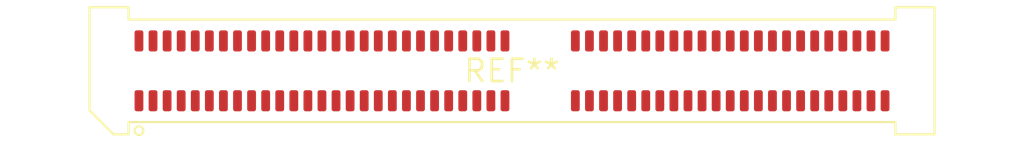
<source format=kicad_pcb>
(kicad_pcb (version 20240108) (generator pcbnew)
  (layers (0 "F.Cu" signal) (31 "B.Cu" signal) (34 "B.Paste" user) (35 "F.Paste" user) (36 "B.SilkS" user "B.Silkscreen") (37 "F.SilkS" user "F.Silkscreen") (38 "B.Mask" user) (39 "F.Mask" user) (44 "Edge.Cuts" user))
  (net 0 "")
  (footprint "Samtec_HSEC8-150-01-X-DV_2x50_P0.8mm_Pol27_Socket" (layer "F.Cu") (at 0 0)
    (property "Reference" "REF**")
    (property "Value" "Samtec_HSEC8-150-01-X-DV_2x50_P0.8mm_Pol27_Socket")
    (fp_line (start -24.01 -3.61) (end -21.79 -3.61) (layer "F.SilkS") (stroke (width 0.12)))
    (fp_line (start -24.01 2.245563) (end -24.01 -3.61) (layer "F.SilkS") (stroke (width 0.12)))
    (fp_line (start -22.645563 3.61) (end -24.01 2.245563) (layer "F.SilkS") (stroke (width 0.12)))
    (fp_line (start -21.79 -3.61) (end -21.79 -2.91) (layer "F.SilkS") (stroke (width 0.12)))
    (fp_line (start -21.79 -2.91) (end 21.79 -2.91) (layer "F.SilkS") (stroke (width 0.12)))
    (fp_line (start -21.79 2.91) (end -21.79 3.61) (layer "F.SilkS") (stroke (width 0.12)))
    (fp_line (start -21.79 3.61) (end -22.645563 3.61) (layer "F.SilkS") (stroke (width 0.12)))
    (fp_line (start 21.79 -3.61) (end 24.01 -3.61) (layer "F.SilkS") (stroke (width 0.12)))
    (fp_line (start 21.79 -2.91) (end 21.79 -3.61) (layer "F.SilkS") (stroke (width 0.12)))
    (fp_line (start 21.79 2.91) (end -21.79 2.91) (layer "F.SilkS") (stroke (width 0.12)))
    (fp_line (start 21.79 3.61) (end 21.79 2.91) (layer "F.SilkS") (stroke (width 0.12)))
    (fp_line (start 24.01 -3.61) (end 24.01 3.61) (layer "F.SilkS") (stroke (width 0.12)))
    (fp_line (start 24.01 3.61) (end 21.79 3.61) (layer "F.SilkS") (stroke (width 0.12)))
    (fp_arc (start -20.95 3.4) (mid -21.45 3.4) (end -20.95 3.4) (layer "F.SilkS") (stroke (width 0.12)))
    (pad "1" smd roundrect (at -21.2 1.7) (size 0.5 1.2) (layers "F.Cu" "F.Paste" "F.Mask"))
    (pad "2" smd roundrect (at -21.2 -1.7) (size 0.5 1.2) (layers "F.Cu" "F.Paste" "F.Mask"))
    (pad "3" smd roundrect (at -20.4 1.7) (size 0.5 1.2) (layers "F.Cu" "F.Paste" "F.Mask"))
    (pad "4" smd roundrect (at -20.4 -1.7) (size 0.5 1.2) (layers "F.Cu" "F.Paste" "F.Mask"))
    (pad "5" smd roundrect (at -19.6 1.7) (size 0.5 1.2) (layers "F.Cu" "F.Paste" "F.Mask"))
    (pad "6" smd roundrect (at -19.6 -1.7) (size 0.5 1.2) (layers "F.Cu" "F.Paste" "F.Mask"))
    (pad "7" smd roundrect (at -18.8 1.7) (size 0.5 1.2) (layers "F.Cu" "F.Paste" "F.Mask"))
    (pad "8" smd roundrect (at -18.8 -1.7) (size 0.5 1.2) (layers "F.Cu" "F.Paste" "F.Mask"))
    (pad "9" smd roundrect (at -18 1.7) (size 0.5 1.2) (layers "F.Cu" "F.Paste" "F.Mask"))
    (pad "10" smd roundrect (at -18 -1.7) (size 0.5 1.2) (layers "F.Cu" "F.Paste" "F.Mask"))
    (pad "11" smd roundrect (at -17.2 1.7) (size 0.5 1.2) (layers "F.Cu" "F.Paste" "F.Mask"))
    (pad "12" smd roundrect (at -17.2 -1.7) (size 0.5 1.2) (layers "F.Cu" "F.Paste" "F.Mask"))
    (pad "13" smd roundrect (at -16.4 1.7) (size 0.5 1.2) (layers "F.Cu" "F.Paste" "F.Mask"))
    (pad "14" smd roundrect (at -16.4 -1.7) (size 0.5 1.2) (layers "F.Cu" "F.Paste" "F.Mask"))
    (pad "15" smd roundrect (at -15.6 1.7) (size 0.5 1.2) (layers "F.Cu" "F.Paste" "F.Mask"))
    (pad "16" smd roundrect (at -15.6 -1.7) (size 0.5 1.2) (layers "F.Cu" "F.Paste" "F.Mask"))
    (pad "17" smd roundrect (at -14.8 1.7) (size 0.5 1.2) (layers "F.Cu" "F.Paste" "F.Mask"))
    (pad "18" smd roundrect (at -14.8 -1.7) (size 0.5 1.2) (layers "F.Cu" "F.Paste" "F.Mask"))
    (pad "19" smd roundrect (at -14 1.7) (size 0.5 1.2) (layers "F.Cu" "F.Paste" "F.Mask"))
    (pad "20" smd roundrect (at -14 -1.7) (size 0.5 1.2) (layers "F.Cu" "F.Paste" "F.Mask"))
    (pad "21" smd roundrect (at -13.2 1.7) (size 0.5 1.2) (layers "F.Cu" "F.Paste" "F.Mask"))
    (pad "22" smd roundrect (at -13.2 -1.7) (size 0.5 1.2) (layers "F.Cu" "F.Paste" "F.Mask"))
    (pad "23" smd roundrect (at -12.4 1.7) (size 0.5 1.2) (layers "F.Cu" "F.Paste" "F.Mask"))
    (pad "24" smd roundrect (at -12.4 -1.7) (size 0.5 1.2) (layers "F.Cu" "F.Paste" "F.Mask"))
    (pad "25" smd roundrect (at -11.6 1.7) (size 0.5 1.2) (layers "F.Cu" "F.Paste" "F.Mask"))
    (pad "26" smd roundrect (at -11.6 -1.7) (size 0.5 1.2) (layers "F.Cu" "F.Paste" "F.Mask"))
    (pad "27" smd roundrect (at -10.8 1.7) (size 0.5 1.2) (layers "F.Cu" "F.Paste" "F.Mask"))
    (pad "28" smd roundrect (at -10.8 -1.7) (size 0.5 1.2) (layers "F.Cu" "F.Paste" "F.Mask"))
    (pad "29" smd roundrect (at -10 1.7) (size 0.5 1.2) (layers "F.Cu" "F.Paste" "F.Mask"))
    (pad "30" smd roundrect (at -10 -1.7) (size 0.5 1.2) (layers "F.Cu" "F.Paste" "F.Mask"))
    (pad "31" smd roundrect (at -9.2 1.7) (size 0.5 1.2) (layers "F.Cu" "F.Paste" "F.Mask"))
    (pad "32" smd roundrect (at -9.2 -1.7) (size 0.5 1.2) (layers "F.Cu" "F.Paste" "F.Mask"))
    (pad "33" smd roundrect (at -8.4 1.7) (size 0.5 1.2) (layers "F.Cu" "F.Paste" "F.Mask"))
    (pad "34" smd roundrect (at -8.4 -1.7) (size 0.5 1.2) (layers "F.Cu" "F.Paste" "F.Mask"))
    (pad "35" smd roundrect (at -7.6 1.7) (size 0.5 1.2) (layers "F.Cu" "F.Paste" "F.Mask"))
    (pad "36" smd roundrect (at -7.6 -1.7) (size 0.5 1.2) (layers "F.Cu" "F.Paste" "F.Mask"))
    (pad "37" smd roundrect (at -6.8 1.7) (size 0.5 1.2) (layers "F.Cu" "F.Paste" "F.Mask"))
    (pad "38" smd roundrect (at -6.8 -1.7) (size 0.5 1.2) (layers "F.Cu" "F.Paste" "F.Mask"))
    (pad "39" smd roundrect (at -6 1.7) (size 0.5 1.2) (layers "F.Cu" "F.Paste" "F.Mask"))
    (pad "40" smd roundrect (at -6 -1.7) (size 0.5 1.2) (layers "F.Cu" "F.Paste" "F.Mask"))
    (pad "41" smd roundrect (at -5.2 1.7) (size 0.5 1.2) (layers "F.Cu" "F.Paste" "F.Mask"))
    (pad "42" smd roundrect (at -5.2 -1.7) (size 0.5 1.2) (layers "F.Cu" "F.Paste" "F.Mask"))
    (pad "43" smd roundrect (at -4.4 1.7) (size 0.5 1.2) (layers "F.Cu" "F.Paste" "F.Mask"))
    (pad "44" smd roundrect (at -4.4 -1.7) (size 0.5 1.2) (layers "F.Cu" "F.Paste" "F.Mask"))
    (pad "45" smd roundrect (at -3.6 1.7) (size 0.5 1.2) (layers "F.Cu" "F.Paste" "F.Mask"))
    (pad "46" smd roundrect (at -3.6 -1.7) (size 0.5 1.2) (layers "F.Cu" "F.Paste" "F.Mask"))
    (pad "47" smd roundrect (at -2.8 1.7) (size 0.5 1.2) (layers "F.Cu" "F.Paste" "F.Mask"))
    (pad "48" smd roundrect (at -2.8 -1.7) (size 0.5 1.2) (layers "F.Cu" "F.Paste" "F.Mask"))
    (pad "49" smd roundrect (at -2 1.7) (size 0.5 1.2) (layers "F.Cu" "F.Paste" "F.Mask"))
    (pad "50" smd roundrect (at -2 -1.7) (size 0.5 1.2) (layers "F.Cu" "F.Paste" "F.Mask"))
    (pad "51" smd roundrect (at -1.2 1.7) (size 0.5 1.2) (layers "F.Cu" "F.Paste" "F.Mask"))
    (pad "52" smd roundrect (at -1.2 -1.7) (size 0.5 1.2) (layers "F.Cu" "F.Paste" "F.Mask"))
    (pad "53" smd roundrect (at -0.4 1.7) (size 0.5 1.2) (layers "F.Cu" "F.Paste" "F.Mask"))
    (pad "54" smd roundrect (at -0.4 -1.7) (size 0.5 1.2) (layers "F.Cu" "F.Paste" "F.Mask"))
    (pad "55" smd roundrect (at 3.6 1.7) (size 0.5 1.2) (layers "F.Cu" "F.Paste" "F.Mask"))
    (pad "56" smd roundrect (at 3.6 -1.7) (size 0.5 1.2) (layers "F.Cu" "F.Paste" "F.Mask"))
    (pad "57" smd roundrect (at 4.4 1.7) (size 0.5 1.2) (layers "F.Cu" "F.Paste" "F.Mask"))
    (pad "58" smd roundrect (at 4.4 -1.7) (size 0.5 1.2) (layers "F.Cu" "F.Paste" "F.Mask"))
    (pad "59" smd roundrect (at 5.2 1.7) (size 0.5 1.2) (layers "F.Cu" "F.Paste" "F.Mask"))
    (pad "60" smd roundrect (at 5.2 -1.7) (size 0.5 1.2) (layers "F.Cu" "F.Paste" "F.Mask"))
    (pad "61" smd roundrect (at 6 1.7) (size 0.5 1.2) (layers "F.Cu" "F.Paste" "F.Mask"))
    (pad "62" smd roundrect (at 6 -1.7) (size 0.5 1.2) (layers "F.Cu" "F.Paste" "F.Mask"))
    (pad "63" smd roundrect (at 6.8 1.7) (size 0.5 1.2) (layers "F.Cu" "F.Paste" "F.Mask"))
    (pad "64" smd roundrect (at 6.8 -1.7) (size 0.5 1.2) (layers "F.Cu" "F.Paste" "F.Mask"))
    (pad "65" smd roundrect (at 7.6 1.7) (size 0.5 1.2) (layers "F.Cu" "F.Paste" "F.Mask"))
    (pad "66" smd roundrect (at 7.6 -1.7) (size 0.5 1.2) (layers "F.Cu" "F.Paste" "F.Mask"))
    (pad "67" smd roundrect (at 8.4 1.7) (size 0.5 1.2) (layers "F.Cu" "F.Paste" "F.Mask"))
    (pad "68" smd roundrect (at 8.4 -1.7) (size 0.5 1.2) (layers "F.Cu" "F.Paste" "F.Mask"))
    (pad "69" smd roundrect (at 9.2 1.7) (size 0.5 1.2) (layers "F.Cu" "F.Paste" "F.Mask"))
    (pad "70" smd roundrect (at 9.2 -1.7) (size 0.5 1.2) (layers "F.Cu" "F.Paste" "F.Mask"))
    (pad "71" smd roundrect (at 10 1.7) (size 0.5 1.2) (layers "F.Cu" "F.Paste" "F.Mask"))
    (pad "72" smd roundrect (at 10 -1.7) (size 0.5 1.2) (layers "F.Cu" "F.Paste" "F.Mask"))
    (pad "73" smd roundrect (at 10.8 1.7) (size 0.5 1.2) (layers "F.Cu" "F.Paste" "F.Mask"))
    (pad "74" smd roundrect (at 10.8 -1.7) (size 0.5 1.2) (layers "F.Cu" "F.Paste" "F.Mask"))
    (pad "75" smd roundrect (at 11.6 1.7) (size 0.5 1.2) (layers "F.Cu" "F.Paste" "F.Mask"))
    (pad "76" smd roundrect (at 11.6 -1.7) (size 0.5 1.2) (layers "F.Cu" "F.Paste" "F.Mask"))
    (pad "77" smd roundrect (at 12.4 1.7) (size 0.5 1.2) (layers "F.Cu" "F.Paste" "F.Mask"))
    (pad "78" smd roundrect (at 12.4 -1.7) (size 0.5 1.2) (layers "F.Cu" "F.Paste" "F.Mask"))
    (pad "79" smd roundrect (at 13.2 1.7) (size 0.5 1.2) (layers "F.Cu" "F.Paste" "F.Mask"))
    (pad "80" smd roundrect (at 13.2 -1.7) (size 0.5 1.2) (layers "F.Cu" "F.Paste" "F.Mask"))
    (pad "81" smd roundrect (at 14 1.7) (size 0.5 1.2) (layers "F.Cu" "F.Paste" "F.Mask"))
    (pad "82" smd roundrect (at 14 -1.7) (size 0.5 1.2) (layers "F.Cu" "F.Paste" "F.Mask"))
    (pad "83" smd roundrect (at 14.8 1.7) (size 0.5 1.2) (layers "F.Cu" "F.Paste" "F.Mask"))
    (pad "84" smd roundrect (at 14.8 -1.7) (size 0.5 1.2) (layers "F.Cu" "F.Paste" "F.Mask"))
    (pad "85" smd roundrect (at 15.6 1.7) (size 0.5 1.2) (layers "F.Cu" "F.Paste" "F.Mask"))
    (pad "86" smd roundrect (at 15.6 -1.7) (size 0.5 1.2) (layers "F.Cu" "F.Paste" "F.Mask"))
    (pad "87" smd roundrect (at 16.4 1.7) (size 0.5 1.2) (layers "F.Cu" "F.Paste" "F.Mask"))
    (pad "88" smd roundrect (at 16.4 -1.7) (size 0.5 1.2) (layers "F.Cu" "F.Paste" "F.Mask"))
    (pad "89" smd roundrect (at 17.2 1.7) (size 0.5 1.2) (layers "F.Cu" "F.Paste" "F.Mask"))
    (pad "90" smd roundrect (at 17.2 -1.7) (size 0.5 1.2) (layers "F.Cu" "F.Paste" "F.Mask"))
    (pad "91" smd roundrect (at 18 1.7) (size 0.5 1.2) (layers "F.Cu" "F.Paste" "F.Mask"))
    (pad "92" smd roundrect (at 18 -1.7) (size 0.5 1.2) (layers "F.Cu" "F.Paste" "F.Mask"))
    (pad "93" smd roundrect (at 18.8 1.7) (size 0.5 1.2) (layers "F.Cu" "F.Paste" "F.Mask"))
    (pad "94" smd roundrect (at 18.8 -1.7) (size 0.5 1.2) (layers "F.Cu" "F.Paste" "F.Mask"))
    (pad "95" smd roundrect (at 19.6 1.7) (size 0.5 1.2) (layers "F.Cu" "F.Paste" "F.Mask"))
    (pad "96" smd roundrect (at 19.6 -1.7) (size 0.5 1.2) (layers "F.Cu" "F.Paste" "F.Mask"))
    (pad "97" smd roundrect (at 20.4 1.7) (size 0.5 1.2) (layers "F.Cu" "F.Paste" "F.Mask"))
    (pad "98" smd roundrect (at 20.4 -1.7) (size 0.5 1.2) (layers "F.Cu" "F.Paste" "F.Mask"))
    (pad "99" smd roundrect (at 21.2 1.7) (size 0.5 1.2) (layers "F.Cu" "F.Paste" "F.Mask"))
    (pad "100" smd roundrect (at 21.2 -1.7) (size 0.5 1.2) (layers "F.Cu" "F.Paste" "F.Mask"))
  )
)
</source>
